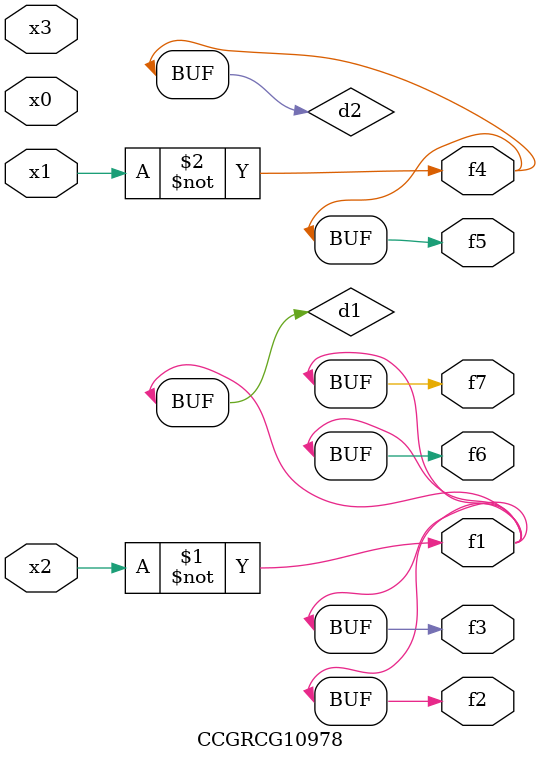
<source format=v>
module CCGRCG10978(
	input x0, x1, x2, x3,
	output f1, f2, f3, f4, f5, f6, f7
);

	wire d1, d2;

	xnor (d1, x2);
	not (d2, x1);
	assign f1 = d1;
	assign f2 = d1;
	assign f3 = d1;
	assign f4 = d2;
	assign f5 = d2;
	assign f6 = d1;
	assign f7 = d1;
endmodule

</source>
